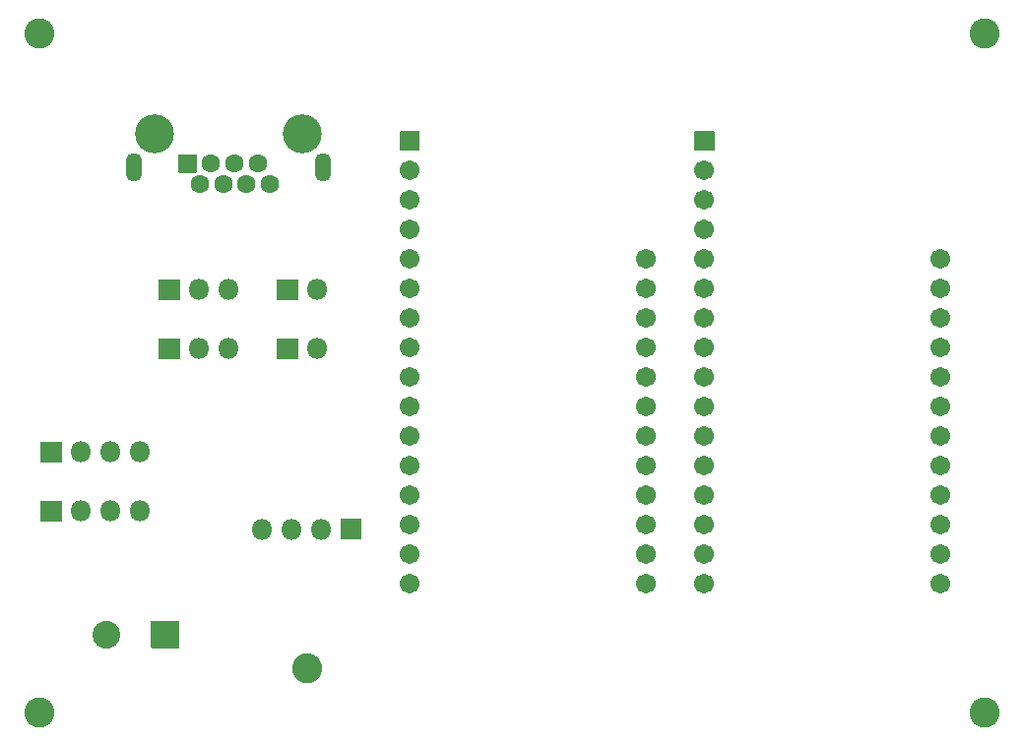
<source format=gbr>
G04 #@! TF.GenerationSoftware,KiCad,Pcbnew,(5.1.9)-1*
G04 #@! TF.CreationDate,2021-03-08T21:25:26-06:00*
G04 #@! TF.ProjectId,ControlInputTest,436f6e74-726f-46c4-996e-707574546573,rev?*
G04 #@! TF.SameCoordinates,Original*
G04 #@! TF.FileFunction,Soldermask,Bot*
G04 #@! TF.FilePolarity,Negative*
%FSLAX46Y46*%
G04 Gerber Fmt 4.6, Leading zero omitted, Abs format (unit mm)*
G04 Created by KiCad (PCBNEW (5.1.9)-1) date 2021-03-08 21:25:26*
%MOMM*%
%LPD*%
G01*
G04 APERTURE LIST*
%ADD10C,1.702000*%
%ADD11O,1.802000X1.802000*%
%ADD12C,2.602000*%
%ADD13C,3.352000*%
%ADD14C,1.602000*%
%ADD15O,1.361000X2.464000*%
%ADD16C,2.388000*%
G04 APERTURE END LIST*
D10*
X141067940Y-135028940D03*
X141067940Y-132488940D03*
X141067940Y-129948940D03*
X141067940Y-127408940D03*
X141067940Y-124868940D03*
X141067940Y-122328940D03*
X141067940Y-119788940D03*
X141067940Y-117248940D03*
X141067940Y-114708940D03*
X141067940Y-112168940D03*
X141067940Y-109628940D03*
X141067940Y-107088940D03*
X141067940Y-104548940D03*
G36*
G01*
X140267940Y-101157940D02*
X141867940Y-101157940D01*
G75*
G02*
X141918940Y-101208940I0J-51000D01*
G01*
X141918940Y-102808940D01*
G75*
G02*
X141867940Y-102859940I-51000J0D01*
G01*
X140267940Y-102859940D01*
G75*
G02*
X140216940Y-102808940I0J51000D01*
G01*
X140216940Y-101208940D01*
G75*
G02*
X140267940Y-101157940I51000J0D01*
G01*
G37*
X161367940Y-140108940D03*
X161367940Y-137568940D03*
X161367940Y-135028940D03*
X161367940Y-132488940D03*
X161367940Y-129948940D03*
X161367940Y-127408940D03*
X161367940Y-124868940D03*
X161367940Y-122328940D03*
X161367940Y-119788940D03*
X161367940Y-117248940D03*
X161367940Y-114708940D03*
X161367940Y-112168940D03*
X141067940Y-137568940D03*
X141067940Y-140108940D03*
G36*
G01*
X130971430Y-147695724D02*
X130971430Y-147695724D01*
G75*
G02*
X131891376Y-146102330I1256670J336724D01*
G01*
X131891376Y-146102330D01*
G75*
G02*
X133484770Y-147022276I336724J-1256670D01*
G01*
X133484770Y-147022276D01*
G75*
G02*
X132564824Y-148615670I-1256670J-336724D01*
G01*
X132564824Y-148615670D01*
G75*
G02*
X130971430Y-147695724I-336724J1256670D01*
G01*
G37*
G36*
G01*
X135150000Y-134499000D02*
X136850000Y-134499000D01*
G75*
G02*
X136901000Y-134550000I0J-51000D01*
G01*
X136901000Y-136250000D01*
G75*
G02*
X136850000Y-136301000I-51000J0D01*
G01*
X135150000Y-136301000D01*
G75*
G02*
X135099000Y-136250000I0J51000D01*
G01*
X135099000Y-134550000D01*
G75*
G02*
X135150000Y-134499000I51000J0D01*
G01*
G37*
D11*
X133460000Y-135400000D03*
X130920000Y-135400000D03*
X128380000Y-135400000D03*
X125460000Y-114790000D03*
X122920000Y-114790000D03*
G36*
G01*
X121230000Y-115691000D02*
X119530000Y-115691000D01*
G75*
G02*
X119479000Y-115640000I0J51000D01*
G01*
X119479000Y-113940000D01*
G75*
G02*
X119530000Y-113889000I51000J0D01*
G01*
X121230000Y-113889000D01*
G75*
G02*
X121281000Y-113940000I0J-51000D01*
G01*
X121281000Y-115640000D01*
G75*
G02*
X121230000Y-115691000I-51000J0D01*
G01*
G37*
G36*
G01*
X121230000Y-120771000D02*
X119530000Y-120771000D01*
G75*
G02*
X119479000Y-120720000I0J51000D01*
G01*
X119479000Y-119020000D01*
G75*
G02*
X119530000Y-118969000I51000J0D01*
G01*
X121230000Y-118969000D01*
G75*
G02*
X121281000Y-119020000I0J-51000D01*
G01*
X121281000Y-120720000D01*
G75*
G02*
X121230000Y-120771000I-51000J0D01*
G01*
G37*
X122920000Y-119870000D03*
X125460000Y-119870000D03*
D12*
X109220000Y-151130000D03*
X190500000Y-92710000D03*
X109220000Y-92710000D03*
X190500000Y-151130000D03*
D13*
X131848320Y-101389180D03*
X119148320Y-101389180D03*
D14*
X129059020Y-105709180D03*
X128039020Y-103929180D03*
X127029020Y-105709180D03*
X126009020Y-103929180D03*
X124999020Y-105709180D03*
X123979020Y-103929180D03*
X122969020Y-105709180D03*
G36*
G01*
X122750020Y-103179180D02*
X122750020Y-104679180D01*
G75*
G02*
X122699020Y-104730180I-51000J0D01*
G01*
X121199020Y-104730180D01*
G75*
G02*
X121148020Y-104679180I0J51000D01*
G01*
X121148020Y-103179180D01*
G75*
G02*
X121199020Y-103128180I51000J0D01*
G01*
X122699020Y-103128180D01*
G75*
G02*
X122750020Y-103179180I0J-51000D01*
G01*
G37*
D15*
X133628320Y-104291130D03*
X117368320Y-104291130D03*
D11*
X117840000Y-133840000D03*
X115300000Y-133840000D03*
X112760000Y-133840000D03*
G36*
G01*
X111070000Y-134741000D02*
X109370000Y-134741000D01*
G75*
G02*
X109319000Y-134690000I0J51000D01*
G01*
X109319000Y-132990000D01*
G75*
G02*
X109370000Y-132939000I51000J0D01*
G01*
X111070000Y-132939000D01*
G75*
G02*
X111121000Y-132990000I0J-51000D01*
G01*
X111121000Y-134690000D01*
G75*
G02*
X111070000Y-134741000I-51000J0D01*
G01*
G37*
G36*
G01*
X121204000Y-143317000D02*
X121204000Y-145603000D01*
G75*
G02*
X121153000Y-145654000I-51000J0D01*
G01*
X118867000Y-145654000D01*
G75*
G02*
X118816000Y-145603000I0J51000D01*
G01*
X118816000Y-143317000D01*
G75*
G02*
X118867000Y-143266000I51000J0D01*
G01*
X121153000Y-143266000D01*
G75*
G02*
X121204000Y-143317000I0J-51000D01*
G01*
G37*
D16*
X114930000Y-144460000D03*
G36*
G01*
X111070000Y-129661000D02*
X109370000Y-129661000D01*
G75*
G02*
X109319000Y-129610000I0J51000D01*
G01*
X109319000Y-127910000D01*
G75*
G02*
X109370000Y-127859000I51000J0D01*
G01*
X111070000Y-127859000D01*
G75*
G02*
X111121000Y-127910000I0J-51000D01*
G01*
X111121000Y-129610000D01*
G75*
G02*
X111070000Y-129661000I-51000J0D01*
G01*
G37*
D11*
X112760000Y-128760000D03*
X115300000Y-128760000D03*
X117840000Y-128760000D03*
X133080000Y-114790000D03*
G36*
G01*
X131390000Y-115691000D02*
X129690000Y-115691000D01*
G75*
G02*
X129639000Y-115640000I0J51000D01*
G01*
X129639000Y-113940000D01*
G75*
G02*
X129690000Y-113889000I51000J0D01*
G01*
X131390000Y-113889000D01*
G75*
G02*
X131441000Y-113940000I0J-51000D01*
G01*
X131441000Y-115640000D01*
G75*
G02*
X131390000Y-115691000I-51000J0D01*
G01*
G37*
G36*
G01*
X131390000Y-120771000D02*
X129690000Y-120771000D01*
G75*
G02*
X129639000Y-120720000I0J51000D01*
G01*
X129639000Y-119020000D01*
G75*
G02*
X129690000Y-118969000I51000J0D01*
G01*
X131390000Y-118969000D01*
G75*
G02*
X131441000Y-119020000I0J-51000D01*
G01*
X131441000Y-120720000D01*
G75*
G02*
X131390000Y-120771000I-51000J0D01*
G01*
G37*
X133080000Y-119870000D03*
D10*
X166397940Y-135028940D03*
X166397940Y-132488940D03*
X166397940Y-129948940D03*
X166397940Y-127408940D03*
X166397940Y-124868940D03*
X166397940Y-122328940D03*
X166397940Y-119788940D03*
X166397940Y-117248940D03*
X166397940Y-114708940D03*
X166397940Y-112168940D03*
X166397940Y-109628940D03*
X166397940Y-107088940D03*
X166397940Y-104548940D03*
G36*
G01*
X165597940Y-101157940D02*
X167197940Y-101157940D01*
G75*
G02*
X167248940Y-101208940I0J-51000D01*
G01*
X167248940Y-102808940D01*
G75*
G02*
X167197940Y-102859940I-51000J0D01*
G01*
X165597940Y-102859940D01*
G75*
G02*
X165546940Y-102808940I0J51000D01*
G01*
X165546940Y-101208940D01*
G75*
G02*
X165597940Y-101157940I51000J0D01*
G01*
G37*
X186697940Y-140108940D03*
X186697940Y-137568940D03*
X186697940Y-135028940D03*
X186697940Y-132488940D03*
X186697940Y-129948940D03*
X186697940Y-127408940D03*
X186697940Y-124868940D03*
X186697940Y-122328940D03*
X186697940Y-119788940D03*
X186697940Y-117248940D03*
X186697940Y-114708940D03*
X186697940Y-112168940D03*
X166397940Y-137568940D03*
X166397940Y-140108940D03*
M02*

</source>
